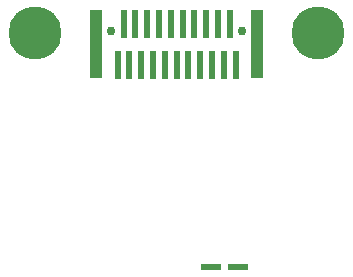
<source format=gbr>
%TF.GenerationSoftware,KiCad,Pcbnew,(6.0.0-0)*%
%TF.CreationDate,2022-07-13T15:20:42-04:00*%
%TF.ProjectId,ec,65632e6b-6963-4616-945f-706362585858,rev?*%
%TF.SameCoordinates,Original*%
%TF.FileFunction,Soldermask,Bot*%
%TF.FilePolarity,Negative*%
%FSLAX46Y46*%
G04 Gerber Fmt 4.6, Leading zero omitted, Abs format (unit mm)*
G04 Created by KiCad (PCBNEW (6.0.0-0)) date 2022-07-13 15:20:42*
%MOMM*%
%LPD*%
G01*
G04 APERTURE LIST*
%ADD10C,4.500000*%
%ADD11R,1.690000X0.600000*%
%ADD12C,0.760000*%
%ADD13R,1.000000X5.850000*%
%ADD14R,0.610000X2.410000*%
G04 APERTURE END LIST*
D10*
%TO.C,H1*%
X95000000Y-64000000D03*
%TD*%
%TO.C,H2*%
X119000000Y-64000000D03*
%TD*%
D11*
%TO.C,J1*%
X112206000Y-83838000D03*
X109906000Y-83838000D03*
%TD*%
D12*
%TO.C,J2*%
X101475500Y-63900000D03*
X112524500Y-63900000D03*
D13*
X100173500Y-65000000D03*
X113826500Y-65000000D03*
D14*
X101996500Y-66720000D03*
X102996500Y-66720000D03*
X103996500Y-66720000D03*
X104996500Y-66720000D03*
X105996500Y-66720000D03*
X106996500Y-66720000D03*
X107996500Y-66720000D03*
X108996500Y-66720000D03*
X109996500Y-66720000D03*
X110996500Y-66720000D03*
X111996500Y-66720000D03*
X111496500Y-63280000D03*
X110496500Y-63280000D03*
X109496500Y-63280000D03*
X108496500Y-63280000D03*
X107496500Y-63280000D03*
X106496500Y-63280000D03*
X105496500Y-63280000D03*
X104496500Y-63280000D03*
X103496500Y-63320000D03*
X102496500Y-63320000D03*
%TD*%
M02*

</source>
